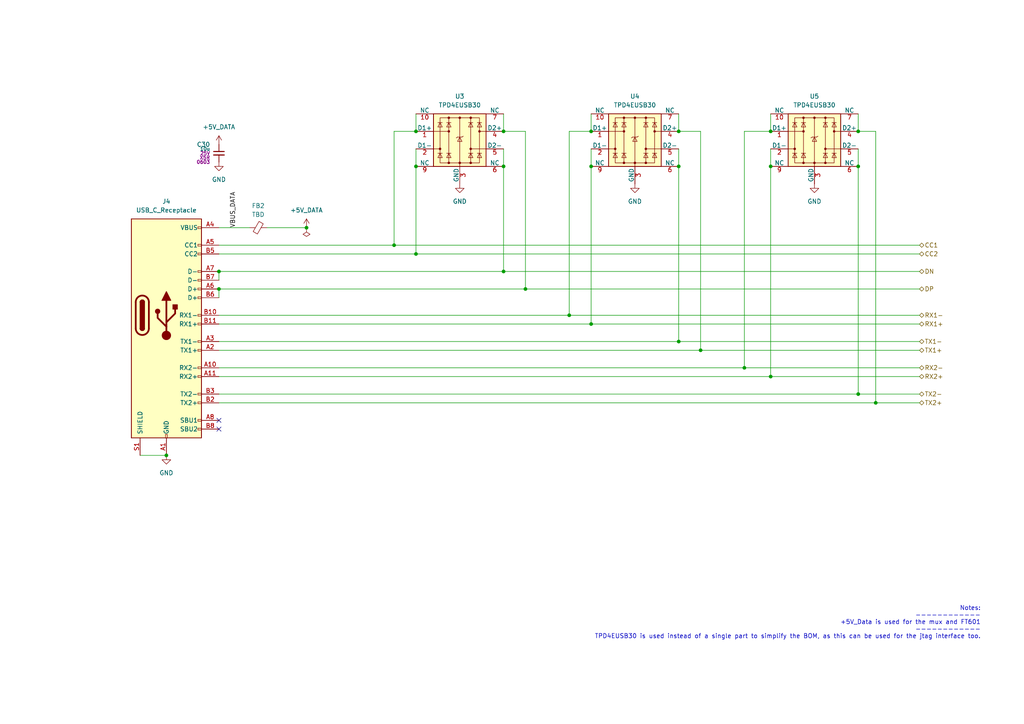
<source format=kicad_sch>
(kicad_sch (version 20230121) (generator eeschema)
  (paper "A4")
  (title_block (title "PCIeDMA") (date "2023-02-14") (rev "1"))
  (lib_symbols
    (symbol "Connector:USB_C_Receptacle" (pin_names (offset 1.016))
      (property "Reference" "J" (at -10.16 29.21 0))
      (property "Value" "USB_C_Receptacle" (at 10.16 29.21 0))
      (symbol "USB_C_Receptacle_0_0"
        (rectangle (start -0.254 -35.56) (end 0.254 -34.544))
        (rectangle (start 10.16 -32.766) (end 9.144 -33.274))
        (rectangle (start 10.16 -30.226) (end 9.144 -30.734))
        (rectangle (start 10.16 -25.146) (end 9.144 -25.654))
        (rectangle (start 10.16 -22.606) (end 9.144 -23.114))
        (rectangle (start 10.16 -17.526) (end 9.144 -18.034))
        (rectangle (start 10.16 -14.986) (end 9.144 -15.494))
        (rectangle (start 10.16 -9.906) (end 9.144 -10.414))
        (rectangle (start 10.16 -7.366) (end 9.144 -7.874))
        (rectangle (start 10.16 -2.286) (end 9.144 -2.794))
        (rectangle (start 10.16 0.254) (end 9.144 -0.254))
        (rectangle (start 10.16 5.334) (end 9.144 4.826))
        (rectangle (start 10.16 7.874) (end 9.144 7.366))
        (rectangle (start 10.16 10.414) (end 9.144 9.906))
        (rectangle (start 10.16 12.954) (end 9.144 12.446))
        (rectangle (start 10.16 18.034) (end 9.144 17.526))
        (rectangle (start 10.16 20.574) (end 9.144 20.066))
        (rectangle (start 10.16 25.654) (end 9.144 25.146))
      )
      (symbol "USB_C_Receptacle_0_1"
        (rectangle (start -10.16 27.94) (end 10.16 -35.56) (stroke (width 0.254)) (fill (type background)))
        (arc (start -8.89 -3.81) (mid -6.985 -5.7067) (end -5.08 -3.81) (stroke (width 0.508)))
        (arc (start -7.62 -3.81) (mid -6.985 -4.4423) (end -6.35 -3.81) (stroke (width 0.254)))
        (arc (start -7.62 -3.81) (mid -6.985 -4.4423) (end -6.35 -3.81) (stroke (width 0.254)) (fill (type outline)))
        (rectangle (start -7.62 -3.81) (end -6.35 3.81) (stroke (width 0.254)) (fill (type outline)))
        (arc (start -6.35 3.81) (mid -6.985 4.4423) (end -7.62 3.81) (stroke (width 0.254)))
        (arc (start -6.35 3.81) (mid -6.985 4.4423) (end -7.62 3.81) (stroke (width 0.254)) (fill (type outline)))
        (arc (start -5.08 3.81) (mid -6.985 5.7067) (end -8.89 3.81) (stroke (width 0.508)))
        (polyline (pts (xy -8.89 -3.81) (xy -8.89 3.81)) (stroke (width 0.508)))
        (polyline (pts (xy -5.08 3.81) (xy -5.08 -3.81)) (stroke (width 0.508)))
      )
      (symbol "USB_C_Receptacle_1_1"
        (circle (center -2.54 1.143) (radius 0.635) (stroke (width 0.254)) (fill (type outline)))
        (circle (center 0 -5.842) (radius 1.27) (fill (type outline)))
        (polyline (pts (xy 0 -5.842) (xy 0 4.318)) (stroke (width 0.508)))
        (polyline (pts (xy 0 -3.302) (xy -2.54 -0.762) (xy -2.54 0.508)) (stroke (width 0.508)))
        (polyline (pts (xy 0 -2.032) (xy 2.54 0.508) (xy 2.54 1.778)) (stroke (width 0.508)))
        (polyline (pts (xy -1.27 4.318) (xy 0 6.858) (xy 1.27 4.318) (xy -1.27 4.318)) (stroke (width 0.254)) (fill (type outline)))
        (rectangle (start 1.905 1.778) (end 3.175 3.048) (stroke (width 0.254)) (fill (type outline)))
        (pin passive line (at 0 -40.64 90) (length 5.08) (name "GND") (number "A1"))
        (pin bidirectional line (at 15.24 -15.24 180) (length 5.08) (name "RX2-") (number "A10"))
        (pin bidirectional line (at 15.24 -17.78 180) (length 5.08) (name "RX2+") (number "A11"))
        (pin passive line (at 0 -40.64 90) (length 5.08) hide (name "GND") (number "A12"))
        (pin bidirectional line (at 15.24 -10.16 180) (length 5.08) (name "TX1+") (number "A2"))
        (pin bidirectional line (at 15.24 -7.62 180) (length 5.08) (name "TX1-") (number "A3"))
        (pin passive line (at 15.24 25.4 180) (length 5.08) (name "VBUS") (number "A4"))
        (pin bidirectional line (at 15.24 20.32 180) (length 5.08) (name "CC1") (number "A5"))
        (pin bidirectional line (at 15.24 7.62 180) (length 5.08) (name "D+") (number "A6"))
        (pin bidirectional line (at 15.24 12.7 180) (length 5.08) (name "D-") (number "A7"))
        (pin bidirectional line (at 15.24 -30.48 180) (length 5.08) (name "SBU1") (number "A8"))
        (pin passive line (at 15.24 25.4 180) (length 5.08) hide (name "VBUS") (number "A9"))
        (pin passive line (at 0 -40.64 90) (length 5.08) hide (name "GND") (number "B1"))
        (pin bidirectional line (at 15.24 0 180) (length 5.08) (name "RX1-") (number "B10"))
        (pin bidirectional line (at 15.24 -2.54 180) (length 5.08) (name "RX1+") (number "B11"))
        (pin passive line (at 0 -40.64 90) (length 5.08) hide (name "GND") (number "B12"))
        (pin bidirectional line (at 15.24 -25.4 180) (length 5.08) (name "TX2+") (number "B2"))
        (pin bidirectional line (at 15.24 -22.86 180) (length 5.08) (name "TX2-") (number "B3"))
        (pin passive line (at 15.24 25.4 180) (length 5.08) hide (name "VBUS") (number "B4"))
        (pin bidirectional line (at 15.24 17.78 180) (length 5.08) (name "CC2") (number "B5"))
        (pin bidirectional line (at 15.24 5.08 180) (length 5.08) (name "D+") (number "B6"))
        (pin bidirectional line (at 15.24 10.16 180) (length 5.08) (name "D-") (number "B7"))
        (pin bidirectional line (at 15.24 -33.02 180) (length 5.08) (name "SBU2") (number "B8"))
        (pin passive line (at 15.24 25.4 180) (length 5.08) hide (name "VBUS") (number "B9"))
        (pin passive line (at -7.62 -40.64 90) (length 5.08) (name "SHIELD") (number "S1"))
      )
    )
    (symbol "Device:C_Small" (pin_numbers hide) (pin_names (offset 0.254) hide)
      (property "Reference" "C" (at 0.254 1.778 0))
      (property "Value" "C_Small" (at 0.254 -2.032 0))
      (symbol "C_Small_0_1"
        (polyline (pts (xy -1.524 -0.508) (xy 1.524 -0.508)) (stroke (width 0.3302)))
        (polyline (pts (xy -1.524 0.508) (xy 1.524 0.508)) (stroke (width 0.3048)))
      )
      (symbol "C_Small_1_1"
        (pin passive line (at 0 2.54 270) (length 2.032) (name "~") (number "1"))
        (pin passive line (at 0 -2.54 90) (length 2.032) (name "~") (number "2"))
      )
    )
    (symbol "Device:FerriteBead_Small" (pin_numbers hide) (pin_names (offset 0))
      (property "Reference" "FB" (at 1.905 1.27 0))
      (property "Value" "FerriteBead_Small" (at 1.905 -1.27 0))
      (symbol "FerriteBead_Small_0_1"
        (polyline (pts (xy 0 -1.27) (xy 0 -0.7874)))
        (polyline (pts (xy 0 0.889) (xy 0 1.2954)))
        (polyline (pts (xy -1.8288 0.2794) (xy -1.1176 1.4986) (xy 1.8288 -0.2032) (xy 1.1176 -1.4224) (xy -1.8288 0.2794)))
      )
      (symbol "FerriteBead_Small_1_1"
        (pin passive line (at 0 2.54 270) (length 1.27) (name "~") (number "1"))
        (pin passive line (at 0 -2.54 90) (length 1.27) (name "~") (number "2"))
      )
    )
    (symbol "PCIeDMA:+5V_DATA" (power) (pin_names (offset 0))
      (property "Value" "+5V_DATA" (at 0 3.556 0))
      (symbol "+5V_DATA_0_1"
        (polyline (pts (xy -0.762 1.27) (xy 0 2.54)))
        (polyline (pts (xy 0 0) (xy 0 2.54)))
        (polyline (pts (xy 0 2.54) (xy 0.762 1.27)))
      )
      (symbol "+5V_DATA_1_1"
        (pin power_in line (at 0 0 90) (length 0) hide (name "+5V_DATA") (number "1"))
      )
    )
    (symbol "Power_Protection:TPD4EUSB30" (pin_names (offset 0))
      (property "Reference" "U" (at -0.635 8.89 0))
      (property "Value" "TPD4EUSB30" (at 8.89 -10.16 0))
      (symbol "TPD4EUSB30_0_0"
        (rectangle (start -5.715 6.477) (end 5.715 -6.604))
        (polyline (pts (xy -3.175 -6.604) (xy -3.175 6.477)))
        (polyline (pts (xy 0 6.477) (xy 0 -6.604)))
        (polyline (pts (xy 3.175 6.477) (xy 3.175 -6.604)))
      )
      (symbol "TPD4EUSB30_0_1"
        (rectangle (start -7.62 7.62) (end 7.62 -7.62) (stroke (width 0.254)) (fill (type background)))
        (circle (center -5.715 -2.54) (radius 0.2794) (fill (type outline)))
        (circle (center -3.175 -6.604) (radius 0.2794) (fill (type outline)))
        (circle (center -3.175 2.54) (radius 0.2794) (fill (type outline)))
        (circle (center -3.175 6.477) (radius 0.2794) (fill (type outline)))
        (circle (center 0 -6.604) (radius 0.2794) (fill (type outline)))
        (polyline (pts (xy -7.747 2.54) (xy -3.175 2.54)))
        (polyline (pts (xy -7.62 -2.54) (xy -5.715 -2.54)))
        (polyline (pts (xy -5.08 -3.81) (xy -6.35 -3.81)))
        (polyline (pts (xy -5.08 5.08) (xy -6.35 5.08)))
        (polyline (pts (xy -2.54 -3.81) (xy -3.81 -3.81)))
        (polyline (pts (xy -2.54 5.08) (xy -3.81 5.08)))
        (polyline (pts (xy -0.635 0.889) (xy -1.016 0.635)))
        (polyline (pts (xy 0 -6.604) (xy 0 -7.62)))
        (polyline (pts (xy 0.635 0.889) (xy -0.635 0.889)))
        (polyline (pts (xy 0.635 0.889) (xy 1.016 1.143)))
        (polyline (pts (xy 3.81 -3.81) (xy 2.54 -3.81)))
        (polyline (pts (xy 3.81 5.08) (xy 2.54 5.08)))
        (polyline (pts (xy 6.35 -3.81) (xy 5.08 -3.81)))
        (polyline (pts (xy 6.35 5.08) (xy 5.08 5.08)))
        (polyline (pts (xy 7.62 -2.54) (xy 3.175 -2.54)))
        (polyline (pts (xy 7.62 2.54) (xy 5.715 2.54)))
        (polyline (pts (xy -5.08 -5.08) (xy -6.35 -5.08) (xy -5.715 -3.81) (xy -5.08 -5.08)))
        (polyline (pts (xy -5.08 3.81) (xy -6.35 3.81) (xy -5.715 5.08) (xy -5.08 3.81)))
        (polyline (pts (xy -2.54 -5.08) (xy -3.81 -5.08) (xy -3.175 -3.81) (xy -2.54 -5.08)))
        (polyline (pts (xy -2.54 3.81) (xy -3.81 3.81) (xy -3.175 5.08) (xy -2.54 3.81)))
        (polyline (pts (xy 0.635 -0.381) (xy -0.635 -0.381) (xy 0 0.889) (xy 0.635 -0.381)))
        (polyline (pts (xy 3.81 -5.08) (xy 2.54 -5.08) (xy 3.175 -3.81) (xy 3.81 -5.08)))
        (polyline (pts (xy 3.81 3.81) (xy 2.54 3.81) (xy 3.175 5.08) (xy 3.81 3.81)))
        (polyline (pts (xy 6.35 -5.08) (xy 5.08 -5.08) (xy 5.715 -3.81) (xy 6.35 -5.08)))
        (polyline (pts (xy 6.35 3.81) (xy 5.08 3.81) (xy 5.715 5.08) (xy 6.35 3.81)))
        (circle (center 0 6.477) (radius 0.2794) (fill (type outline)))
        (circle (center 3.175 -6.604) (radius 0.2794) (fill (type outline)))
        (circle (center 3.175 -2.54) (radius 0.2794) (fill (type outline)))
        (circle (center 3.175 6.477) (radius 0.2794) (fill (type outline)))
        (circle (center 5.715 2.54) (radius 0.2794) (fill (type outline)))
      )
      (symbol "TPD4EUSB30_1_1"
        (pin passive line (at -12.7 2.54 0) (length 5.08) (name "D1+") (number "1"))
        (pin free line (at -12.7 7.62 0) (length 5.08) (name "NC") (number "10"))
        (pin passive line (at -12.7 -2.54 0) (length 5.08) (name "D1-") (number "2"))
        (pin power_in line (at 0 -12.7 90) (length 5.08) (name "GND") (number "3"))
        (pin passive line (at 12.7 2.54 180) (length 5.08) (name "D2+") (number "4"))
        (pin passive line (at 12.7 -2.54 180) (length 5.08) (name "D2-") (number "5"))
        (pin free line (at 12.7 -7.62 180) (length 5.08) (name "NC") (number "6"))
        (pin free line (at 12.7 7.62 180) (length 5.08) (name "NC") (number "7"))
        (pin passive line (at 0 -12.7 90) (length 5.08) hide (name "GND") (number "8"))
        (pin free line (at -12.7 -7.62 0) (length 5.08) (name "NC") (number "9"))
      )
    )
    (symbol "power:GND" (power) (pin_names (offset 0))
      (property "Value" "GND" (at 0 -3.81 0))
      (symbol "GND_0_1"
        (polyline (pts (xy 0 0) (xy 0 -1.27) (xy 1.27 -1.27) (xy 0 -2.54) (xy -1.27 -1.27) (xy 0 -1.27)))
      )
      (symbol "GND_1_1"
        (pin power_in line (at 0 0 270) (length 0) hide (name "GND") (number "1"))
      )
    )
    (symbol "power:PWR_FLAG" (power) (pin_numbers hide) (pin_names (offset 0) hide)
      (property "Value" "PWR_FLAG" (at 0 3.81 0))
      (symbol "PWR_FLAG_0_0"
        (pin power_out line (at 0 0 90) (length 0) (name "pwr") (number "1"))
      )
      (symbol "PWR_FLAG_0_1"
        (polyline (pts (xy 0 0) (xy 0 1.27) (xy -1.016 1.905) (xy 0 2.54) (xy 1.016 1.905) (xy 0 1.27)))
      )
    )
  )
  (junction (at 146.05 38.1))
  (junction (at 223.52 109.22))
  (junction (at 114.3 71.12))
  (junction (at 120.65 48.26))
  (junction (at 88.9 66.04))
  (junction (at 146.05 78.74))
  (junction (at 171.45 93.98))
  (junction (at 254 116.84))
  (junction (at 120.65 38.1))
  (junction (at 63.5 78.74))
  (junction (at 171.45 38.1))
  (junction (at 171.45 48.26))
  (junction (at 248.92 38.1))
  (junction (at 215.9 106.68))
  (junction (at 120.65 73.66))
  (junction (at 223.52 48.26))
  (junction (at 248.92 48.26))
  (junction (at 196.85 48.26))
  (junction (at 196.85 99.06))
  (junction (at 48.26 132.08))
  (junction (at 146.05 48.26))
  (junction (at 196.85 38.1))
  (junction (at 248.92 114.3))
  (junction (at 203.2 101.6))
  (junction (at 165.1 91.44))
  (junction (at 223.52 38.1))
  (junction (at 152.4 83.82))
  (junction (at 63.5 83.82))
  (no_connect (at 63.5 124.46))
  (no_connect (at 63.5 121.92))
  (wire (pts (xy 196.85 33.02) (xy 196.85 38.1)))
  (wire (pts (xy 223.52 43.18) (xy 223.52 48.26)))
  (wire (pts (xy 165.1 38.1) (xy 171.45 38.1)))
  (wire (pts (xy 63.5 114.3) (xy 248.92 114.3)))
  (wire (pts (xy 248.92 48.26) (xy 248.92 114.3)))
  (wire (pts (xy 171.45 48.26) (xy 171.45 93.98)))
  (wire (pts (xy 215.9 106.68) (xy 215.9 38.1)))
  (wire (pts (xy 254 38.1) (xy 248.92 38.1)))
  (wire (pts (xy 146.05 33.02) (xy 146.05 38.1)))
  (wire (pts (xy 266.7 109.22) (xy 223.52 109.22)))
  (wire (pts (xy 165.1 91.44) (xy 165.1 38.1)))
  (wire (pts (xy 63.5 99.06) (xy 196.85 99.06)))
  (wire (pts (xy 196.85 43.18) (xy 196.85 48.26)))
  (wire (pts (xy 63.5 78.74) (xy 63.5 81.28)))
  (wire (pts (xy 248.92 114.3) (xy 266.7 114.3)))
  (wire (pts (xy 203.2 38.1) (xy 196.85 38.1)))
  (wire (pts (xy 254 116.84) (xy 254 38.1)))
  (wire (pts (xy 146.05 78.74) (xy 266.7 78.74)))
  (wire (pts (xy 248.92 33.02) (xy 248.92 38.1)))
  (wire (pts (xy 114.3 38.1) (xy 120.65 38.1)))
  (wire (pts (xy 266.7 101.6) (xy 203.2 101.6)))
  (wire (pts (xy 120.65 48.26) (xy 120.65 73.66)))
  (wire (pts (xy 63.5 101.6) (xy 203.2 101.6)))
  (wire (pts (xy 63.5 106.68) (xy 215.9 106.68)))
  (wire (pts (xy 248.92 43.18) (xy 248.92 48.26)))
  (wire (pts (xy 152.4 83.82) (xy 152.4 38.1)))
  (wire (pts (xy 223.52 48.26) (xy 223.52 109.22)))
  (wire (pts (xy 203.2 38.1) (xy 203.2 101.6)))
  (wire (pts (xy 63.5 83.82) (xy 63.5 86.36)))
  (wire (pts (xy 171.45 33.02) (xy 171.45 38.1)))
  (wire (pts (xy 63.5 91.44) (xy 165.1 91.44)))
  (wire (pts (xy 120.65 43.18) (xy 120.65 48.26)))
  (wire (pts (xy 63.5 66.04) (xy 72.39 66.04)))
  (wire (pts (xy 215.9 38.1) (xy 223.52 38.1)))
  (wire (pts (xy 63.5 109.22) (xy 223.52 109.22)))
  (wire (pts (xy 63.5 93.98) (xy 171.45 93.98)))
  (wire (pts (xy 254 116.84) (xy 266.7 116.84)))
  (wire (pts (xy 40.64 132.08) (xy 48.26 132.08)))
  (wire (pts (xy 63.5 78.74) (xy 146.05 78.74)))
  (wire (pts (xy 196.85 48.26) (xy 196.85 99.06)))
  (wire (pts (xy 171.45 93.98) (xy 266.7 93.98)))
  (wire (pts (xy 165.1 91.44) (xy 266.7 91.44)))
  (wire (pts (xy 114.3 71.12) (xy 114.3 38.1)))
  (wire (pts (xy 114.3 71.12) (xy 266.7 71.12)))
  (wire (pts (xy 152.4 38.1) (xy 146.05 38.1)))
  (wire (pts (xy 146.05 48.26) (xy 146.05 78.74)))
  (wire (pts (xy 77.47 66.04) (xy 88.9 66.04)))
  (wire (pts (xy 152.4 83.82) (xy 266.7 83.82)))
  (wire (pts (xy 215.9 106.68) (xy 266.7 106.68)))
  (wire (pts (xy 63.5 83.82) (xy 152.4 83.82)))
  (wire (pts (xy 63.5 116.84) (xy 254 116.84)))
  (wire (pts (xy 223.52 33.02) (xy 223.52 38.1)))
  (wire (pts (xy 120.65 73.66) (xy 266.7 73.66)))
  (wire (pts (xy 146.05 43.18) (xy 146.05 48.26)))
  (wire (pts (xy 63.5 73.66) (xy 120.65 73.66)))
  (wire (pts (xy 171.45 43.18) (xy 171.45 48.26)))
  (wire (pts (xy 196.85 99.06) (xy 266.7 99.06)))
  (wire (pts (xy 120.65 33.02) (xy 120.65 38.1)))
  (wire (pts (xy 63.5 71.12) (xy 114.3 71.12)))
  (text "Notes:\n------------\n+5V_Data is used for the mux and FT601\n------------\nTPD4EUSB30 is used instead of a single part to simplify the BOM, as this can be used for the jtag interface too." (at 284.48 185.42 0) (effects (font (size 1.27 1.27)) (justify right bottom)))
  (label "VBUS_DATA" (at 68.58 66.04 90))
  (hierarchical_label "RX1+" (shape bidirectional) (at 266.7 93.98 0))
  (hierarchical_label "TX1+" (shape bidirectional) (at 266.7 101.6 0))
  (hierarchical_label "TX2+" (shape bidirectional) (at 266.7 116.84 0))
  (hierarchical_label "TX1-" (shape bidirectional) (at 266.7 99.06 0))
  (hierarchical_label "TX2-" (shape bidirectional) (at 266.7 114.3 0))
  (hierarchical_label "RX1-" (shape bidirectional) (at 266.7 91.44 0))
  (hierarchical_label "RX2+" (shape bidirectional) (at 266.7 109.22 0))
  (hierarchical_label "CC1" (shape bidirectional) (at 266.7 71.12 0))
  (hierarchical_label "CC2" (shape bidirectional) (at 266.7 73.66 0))
  (hierarchical_label "DP" (shape bidirectional) (at 266.7 83.82 0))
  (hierarchical_label "RX2-" (shape bidirectional) (at 266.7 106.68 0))
  (hierarchical_label "DN" (shape bidirectional) (at 266.7 78.74 0))
  (symbol (lib_id "power:GND") (at 236.22 53.34 0) (unit 1)
    (property "Reference" "#PWR038" (effects hide))
    (property "Value" "GND" (at 236.22 58.42 0))
  )
  (symbol (lib_id "power:GND") (at 48.26 132.08 0) (unit 1)
    (property "Reference" "#PWR032" (effects hide))
    (property "Value" "GND" (at 48.26 137.16 0))
  )
  (symbol (lib_id "Power_Protection:TPD4EUSB30") (at 184.15 40.64 0) (unit 1)
    (property "Reference" "U4" (at 184.15 27.94 0))
    (property "Value" "TPD4EUSB30" (at 184.15 30.48 0))
    (property "Footprint" "Package_SON:USON-10_2.5x1.0mm_P0.5mm" (effects hide))
    (property "Datasheet" "http://www.ti.com/lit/ds/symlink/tpd2eusb30a.pdf" (effects hide))
  )
  (symbol (lib_id "PCIeDMA:+5V_DATA") (at 63.5 41.91 0) (unit 1)
    (property "Reference" "#PWR033" (effects hide))
    (property "Value" "+5V_DATA" (at 63.5 36.83 0))
  )
  (symbol (lib_id "power:GND") (at 184.15 53.34 0) (unit 1)
    (property "Reference" "#PWR037" (effects hide))
    (property "Value" "GND" (at 184.15 58.42 0))
  )
  (symbol (lib_id "Power_Protection:TPD4EUSB30") (at 133.35 40.64 0) (unit 1)
    (property "Reference" "U3" (at 133.35 27.94 0))
    (property "Value" "TPD4EUSB30" (at 133.35 30.48 0))
    (property "Footprint" "Package_SON:USON-10_2.5x1.0mm_P0.5mm" (effects hide))
    (property "Datasheet" "http://www.ti.com/lit/ds/symlink/tpd2eusb30a.pdf" (effects hide))
  )
  (symbol (lib_id "power:GND") (at 63.5 46.99 0) (unit 1)
    (property "Reference" "#PWR034" (effects hide))
    (property "Value" "GND" (at 63.5 52.07 0))
  )
  (symbol (lib_id "Device:C_Small") (at 63.5 44.45 0) (mirror y) (unit 1)
    (property "Reference" "C30" (at 60.96 41.91 0) (effects (justify left)))
    (property "Value" "10u" (at 60.96 43.18 0) (effects (font (size 1 1)) (justify left)))
    (property "Footprint" "Capacitor_SMD:C_0603_1608Metric" (effects hide))
    (property "Rating" "25V" (at 60.96 44.45 0) (effects (font (size 1 1)) (justify left)))
    (property "Class" "X5R" (at 60.96 45.72 0) (effects (font (size 1 1)) (justify left)))
    (property "Size" "0603" (at 60.96 46.99 0) (effects (font (size 1 1)) (justify left)))
  )
  (symbol (lib_id "power:PWR_FLAG") (at 88.9 66.04 180) (unit 1)
    (property "Reference" "#FLG04" (effects hide))
    (property "Value" "PWR_FLAG" (effects hide))
  )
  (symbol (lib_id "Connector:USB_C_Receptacle") (at 48.26 91.44 0) (unit 1)
    (property "Reference" "J4" (at 48.26 58.42 0))
    (property "Value" "USB_C_Receptacle" (at 48.26 60.96 0))
    (property "Footprint" "Connector_USB:USB_C_Receptacle_Molex_105450-0101" (effects hide))
    (property "Datasheet" "https://www.usb.org/sites/default/files/documents/usb_type-c.zip" (effects hide))
  )
  (symbol (lib_id "PCIeDMA:+5V_DATA") (at 88.9 66.04 0) (unit 1)
    (property "Reference" "#PWR035" (effects hide))
    (property "Value" "+5V_DATA" (at 88.9 60.96 0))
  )
  (symbol (lib_id "power:GND") (at 133.35 53.34 0) (unit 1)
    (property "Reference" "#PWR036" (effects hide))
    (property "Value" "GND" (at 133.35 58.42 0))
  )
  (symbol (lib_id "Device:FerriteBead_Small") (at 74.93 66.04 90) (unit 1)
    (property "Reference" "FB2" (at 74.8919 59.69 90))
    (property "Value" "TBD" (at 74.8919 62.23 90))
    (property "Footprint" "Inductor_SMD:L_0805_2012Metric" (effects hide))
  )
  (symbol (lib_id "Power_Protection:TPD4EUSB30") (at 236.22 40.64 0) (unit 1)
    (property "Reference" "U5" (at 236.22 27.94 0))
    (property "Value" "TPD4EUSB30" (at 236.22 30.48 0))
    (property "Footprint" "Package_SON:USON-10_2.5x1.0mm_P0.5mm" (effects hide))
    (property "Datasheet" "http://www.ti.com/lit/ds/symlink/tpd2eusb30a.pdf" (effects hide))
  )
)
</source>
